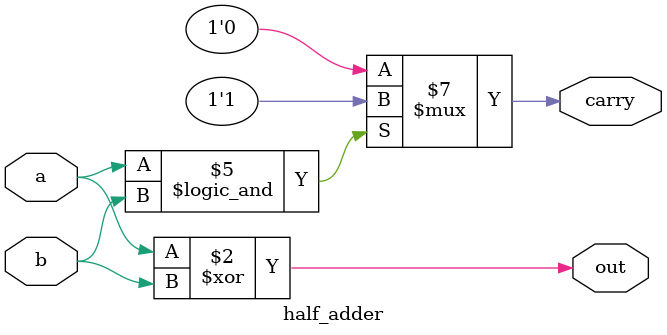
<source format=v>
`timescale 1ns/1ps

module half_adder(a, b, carry, out);
    input a;
    input b;
    output reg carry;
    output reg out;

    always @(*)
    begin
        out = a^b;
        if (a == 1'b1 && b == 1'b1)
            carry = 1'b1;
        else 
            carry = 1'b0;
    end
endmodule
</source>
